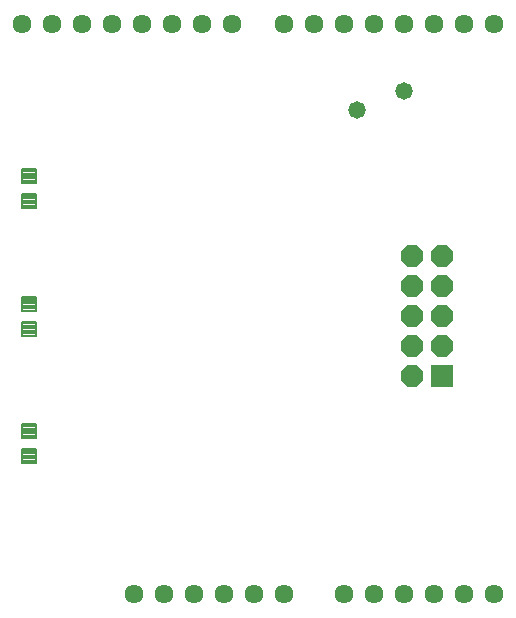
<source format=gbs>
G75*
G70*
%OFA0B0*%
%FSLAX24Y24*%
%IPPOS*%
%LPD*%
%AMOC8*
5,1,8,0,0,1.08239X$1,22.5*
%
%ADD10C,0.0083*%
%ADD11C,0.0635*%
%ADD12R,0.0720X0.0720*%
%ADD13OC8,0.0720*%
%ADD14C,0.0580*%
D10*
X010047Y005503D02*
X010517Y005503D01*
X010517Y005033D01*
X010047Y005033D01*
X010047Y005503D01*
X010047Y005115D02*
X010517Y005115D01*
X010517Y005197D02*
X010047Y005197D01*
X010047Y005279D02*
X010517Y005279D01*
X010517Y005361D02*
X010047Y005361D01*
X010047Y005443D02*
X010517Y005443D01*
X010517Y006330D02*
X010047Y006330D01*
X010517Y006330D02*
X010517Y005860D01*
X010047Y005860D01*
X010047Y006330D01*
X010047Y005942D02*
X010517Y005942D01*
X010517Y006024D02*
X010047Y006024D01*
X010047Y006106D02*
X010517Y006106D01*
X010517Y006188D02*
X010047Y006188D01*
X010047Y006270D02*
X010517Y006270D01*
X010517Y009753D02*
X010047Y009753D01*
X010517Y009753D02*
X010517Y009283D01*
X010047Y009283D01*
X010047Y009753D01*
X010047Y009365D02*
X010517Y009365D01*
X010517Y009447D02*
X010047Y009447D01*
X010047Y009529D02*
X010517Y009529D01*
X010517Y009611D02*
X010047Y009611D01*
X010047Y009693D02*
X010517Y009693D01*
X010517Y010580D02*
X010047Y010580D01*
X010517Y010580D02*
X010517Y010110D01*
X010047Y010110D01*
X010047Y010580D01*
X010047Y010192D02*
X010517Y010192D01*
X010517Y010274D02*
X010047Y010274D01*
X010047Y010356D02*
X010517Y010356D01*
X010517Y010438D02*
X010047Y010438D01*
X010047Y010520D02*
X010517Y010520D01*
X010517Y014003D02*
X010047Y014003D01*
X010517Y014003D02*
X010517Y013533D01*
X010047Y013533D01*
X010047Y014003D01*
X010047Y013615D02*
X010517Y013615D01*
X010517Y013697D02*
X010047Y013697D01*
X010047Y013779D02*
X010517Y013779D01*
X010517Y013861D02*
X010047Y013861D01*
X010047Y013943D02*
X010517Y013943D01*
X010517Y014830D02*
X010047Y014830D01*
X010517Y014830D02*
X010517Y014360D01*
X010047Y014360D01*
X010047Y014830D01*
X010047Y014442D02*
X010517Y014442D01*
X010517Y014524D02*
X010047Y014524D01*
X010047Y014606D02*
X010517Y014606D01*
X010517Y014688D02*
X010047Y014688D01*
X010047Y014770D02*
X010517Y014770D01*
D11*
X010032Y019681D03*
X011032Y019681D03*
X012032Y019681D03*
X013032Y019681D03*
X014032Y019681D03*
X015032Y019681D03*
X016032Y019681D03*
X017032Y019681D03*
X018782Y019681D03*
X019782Y019681D03*
X020782Y019681D03*
X021782Y019681D03*
X022782Y019681D03*
X023782Y019681D03*
X024782Y019681D03*
X025782Y019681D03*
X025782Y000681D03*
X024782Y000681D03*
X023782Y000681D03*
X022782Y000681D03*
X021782Y000681D03*
X020782Y000681D03*
X018782Y000681D03*
X017782Y000681D03*
X016782Y000681D03*
X015782Y000681D03*
X014782Y000681D03*
X013782Y000681D03*
D12*
X024032Y007931D03*
D13*
X023032Y007931D03*
X023032Y008931D03*
X024032Y008931D03*
X024032Y009931D03*
X023032Y009931D03*
X023032Y010931D03*
X024032Y010931D03*
X024032Y011931D03*
X023032Y011931D03*
D14*
X021220Y016806D03*
X022782Y017431D03*
M02*

</source>
